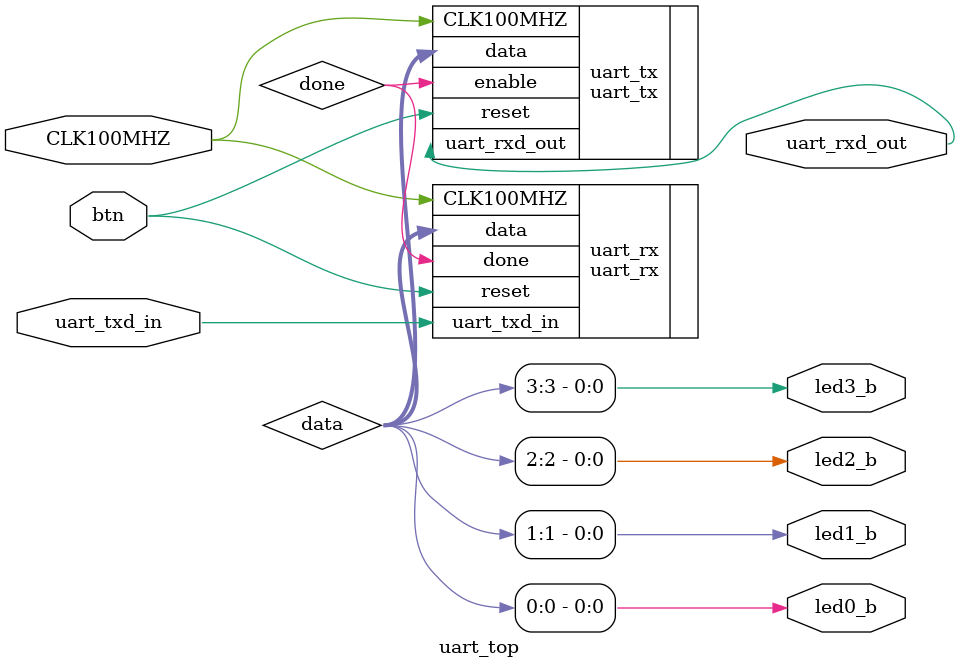
<source format=v>
module uart_top(
    input uart_txd_in,
    input CLK100MHZ,
    input btn,
    output uart_rxd_out,
    output led0_b,
    output led1_b,
    output led2_b,
    output led3_b
    );
    
    wire done;
    wire [7:0] data;
    
    parameter baudrate = 115200;
    parameter clk_frequence = 100000000;
    
    assign {led3_b, led2_b, led1_b, led0_b} = data[3:0];    
    
    
    uart_rx #(.baudrate(baudrate), .clk_frequence(clk_frequence))
    uart_rx(
        .uart_txd_in(uart_txd_in),
        .CLK100MHZ(CLK100MHZ),
        .reset(btn),
        .done(done),
        .data(data)
        );
        
    uart_tx #(.baudrate(baudrate), .clk_frequence(clk_frequence))
    uart_tx(
        .data(data),
        .CLK100MHZ(CLK100MHZ),
        .enable(done),
        .reset(btn),
        .uart_rxd_out(uart_rxd_out)
        );
        
endmodule 
</source>
